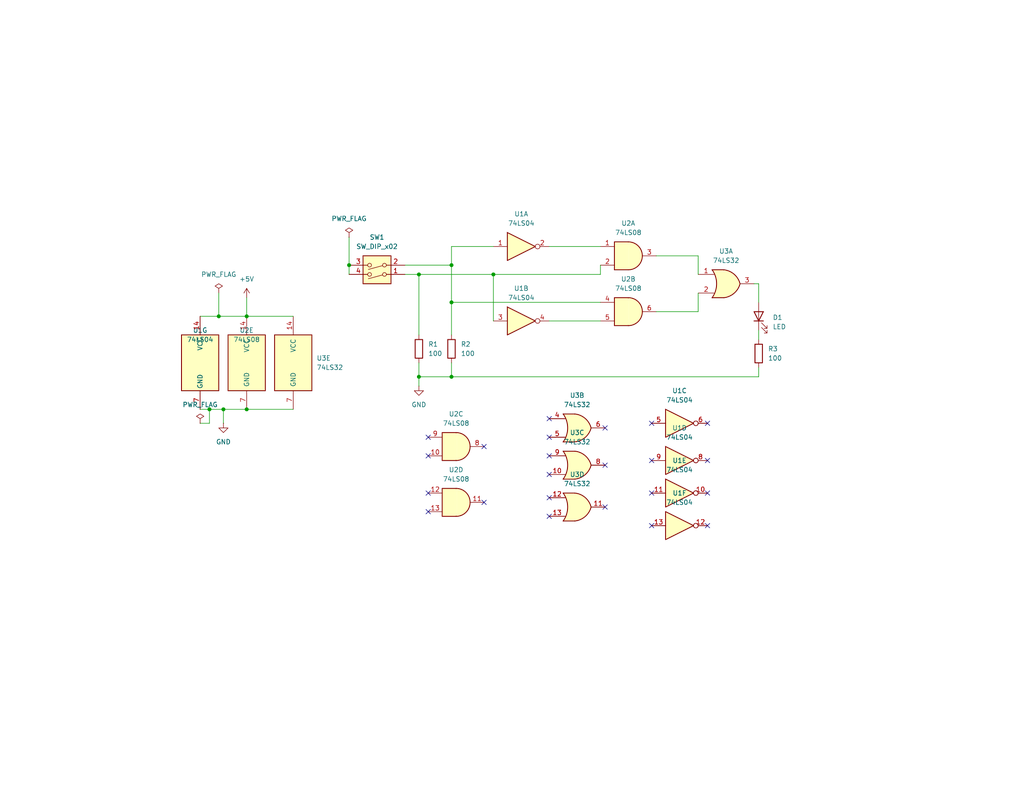
<source format=kicad_sch>
(kicad_sch (version 20250114) (generator "eeschema") (generator_version "9.0")
  (paper "USLetter")
  (title_block (title "Logic Circuit Example #2") (date "2025-06-24") (rev "1.0") (company "Chrys Sean T. Sevilla"))
  (lib_symbols
    (symbol "74xx:74LS04"
      (property "Reference" "U" (at 0 1.27 0))
      (property "Value" "74LS04" (at 0 -1.27 0))
      (symbol "74LS04_1_0"
        (polyline (pts (xy -3.81 3.81) (xy -3.81 -3.81) (xy 3.81 0) (xy -3.81 3.81)) (stroke (width 0.254)) (fill (type background)))
        (pin input line (at -7.62 0 0) (length 3.81) (name "~") (number "1"))
        (pin output inverted (at 7.62 0 180) (length 3.81) (name "~") (number "2"))
      )
      (symbol "74LS04_2_0"
        (polyline (pts (xy -3.81 3.81) (xy -3.81 -3.81) (xy 3.81 0) (xy -3.81 3.81)) (stroke (width 0.254)) (fill (type background)))
        (pin input line (at -7.62 0 0) (length 3.81) (name "~") (number "3"))
        (pin output inverted (at 7.62 0 180) (length 3.81) (name "~") (number "4"))
      )
      (symbol "74LS04_3_0"
        (polyline (pts (xy -3.81 3.81) (xy -3.81 -3.81) (xy 3.81 0) (xy -3.81 3.81)) (stroke (width 0.254)) (fill (type background)))
        (pin input line (at -7.62 0 0) (length 3.81) (name "~") (number "5"))
        (pin output inverted (at 7.62 0 180) (length 3.81) (name "~") (number "6"))
      )
      (symbol "74LS04_4_0"
        (polyline (pts (xy -3.81 3.81) (xy -3.81 -3.81) (xy 3.81 0) (xy -3.81 3.81)) (stroke (width 0.254)) (fill (type background)))
        (pin input line (at -7.62 0 0) (length 3.81) (name "~") (number "9"))
        (pin output inverted (at 7.62 0 180) (length 3.81) (name "~") (number "8"))
      )
      (symbol "74LS04_5_0"
        (polyline (pts (xy -3.81 3.81) (xy -3.81 -3.81) (xy 3.81 0) (xy -3.81 3.81)) (stroke (width 0.254)) (fill (type background)))
        (pin input line (at -7.62 0 0) (length 3.81) (name "~") (number "11"))
        (pin output inverted (at 7.62 0 180) (length 3.81) (name "~") (number "10"))
      )
      (symbol "74LS04_6_0"
        (polyline (pts (xy -3.81 3.81) (xy -3.81 -3.81) (xy 3.81 0) (xy -3.81 3.81)) (stroke (width 0.254)) (fill (type background)))
        (pin input line (at -7.62 0 0) (length 3.81) (name "~") (number "13"))
        (pin output inverted (at 7.62 0 180) (length 3.81) (name "~") (number "12"))
      )
      (symbol "74LS04_7_0"
        (pin power_in line (at 0 12.7 270) (length 5.08) (name "VCC") (number "14"))
        (pin power_in line (at 0 -12.7 90) (length 5.08) (name "GND") (number "7"))
      )
      (symbol "74LS04_7_1"
        (rectangle (start -5.08 7.62) (end 5.08 -7.62) (stroke (width 0.254)) (fill (type background)))
      )
    )
    (symbol "74xx:74LS08" (pin_names (offset 1.016))
      (property "Reference" "U" (at 0 1.27 0))
      (property "Value" "74LS08" (at 0 -1.27 0))
      (symbol "74LS08_1_1"
        (arc (start 0 3.81) (mid 3.7934 0) (end 0 -3.81) (stroke (width 0.254)) (fill (type background)))
        (polyline (pts (xy 0 3.81) (xy -3.81 3.81) (xy -3.81 -3.81) (xy 0 -3.81)) (stroke (width 0.254)) (fill (type background)))
        (pin input line (at -7.62 2.54 0) (length 3.81) (name "~") (number "1"))
        (pin input line (at -7.62 -2.54 0) (length 3.81) (name "~") (number "2"))
        (pin output line (at 7.62 0 180) (length 3.81) (name "~") (number "3"))
      )
      (symbol "74LS08_1_2"
        (arc (start -3.81 3.81) (mid -2.589 0) (end -3.81 -3.81) (stroke (width 0.254)))
        (polyline (pts (xy -3.81 3.81) (xy -0.635 3.81)) (stroke (width 0.254)) (fill (type background)))
        (polyline (pts (xy -3.81 -3.81) (xy -0.635 -3.81)) (stroke (width 0.254)) (fill (type background)))
        (arc (start 3.81 0) (mid 2.1855 -2.584) (end -0.6096 -3.81) (stroke (width 0.254)) (fill (type background)))
        (arc (start -0.6096 3.81) (mid 2.1928 2.5924) (end 3.81 0) (stroke (width 0.254)) (fill (type background)))
        (polyline (pts (xy -0.635 3.81) (xy -3.81 3.81) (xy -3.81 3.81) (xy -3.556 3.4036) (xy -3.0226 2.2606) (xy -2.6924 1.0414) (xy -2.6162 -0.254) (xy -2.7686 -1.4986) (xy -3.175 -2.7178) (xy -3.81 -3.81) (xy -3.81 -3.81) (xy -0.635 -3.81)) (stroke (width -25.4)) (fill (type background)))
        (pin input inverted (at -7.62 2.54 0) (length 4.318) (name "~") (number "1"))
        (pin input inverted (at -7.62 -2.54 0) (length 4.318) (name "~") (number "2"))
        (pin output inverted (at 7.62 0 180) (length 3.81) (name "~") (number "3"))
      )
      (symbol "74LS08_2_1"
        (arc (start 0 3.81) (mid 3.7934 0) (end 0 -3.81) (stroke (width 0.254)) (fill (type background)))
        (polyline (pts (xy 0 3.81) (xy -3.81 3.81) (xy -3.81 -3.81) (xy 0 -3.81)) (stroke (width 0.254)) (fill (type background)))
        (pin input line (at -7.62 2.54 0) (length 3.81) (name "~") (number "4"))
        (pin input line (at -7.62 -2.54 0) (length 3.81) (name "~") (number "5"))
        (pin output line (at 7.62 0 180) (length 3.81) (name "~") (number "6"))
      )
      (symbol "74LS08_2_2"
        (arc (start -3.81 3.81) (mid -2.589 0) (end -3.81 -3.81) (stroke (width 0.254)))
        (polyline (pts (xy -3.81 3.81) (xy -0.635 3.81)) (stroke (width 0.254)) (fill (type background)))
        (polyline (pts (xy -3.81 -3.81) (xy -0.635 -3.81)) (stroke (width 0.254)) (fill (type background)))
        (arc (start 3.81 0) (mid 2.1855 -2.584) (end -0.6096 -3.81) (stroke (width 0.254)) (fill (type background)))
        (arc (start -0.6096 3.81) (mid 2.1928 2.5924) (end 3.81 0) (stroke (width 0.254)) (fill (type background)))
        (polyline (pts (xy -0.635 3.81) (xy -3.81 3.81) (xy -3.81 3.81) (xy -3.556 3.4036) (xy -3.0226 2.2606) (xy -2.6924 1.0414) (xy -2.6162 -0.254) (xy -2.7686 -1.4986) (xy -3.175 -2.7178) (xy -3.81 -3.81) (xy -3.81 -3.81) (xy -0.635 -3.81)) (stroke (width -25.4)) (fill (type background)))
        (pin input inverted (at -7.62 2.54 0) (length 4.318) (name "~") (number "4"))
        (pin input inverted (at -7.62 -2.54 0) (length 4.318) (name "~") (number "5"))
        (pin output inverted (at 7.62 0 180) (length 3.81) (name "~") (number "6"))
      )
      (symbol "74LS08_3_1"
        (arc (start 0 3.81) (mid 3.7934 0) (end 0 -3.81) (stroke (width 0.254)) (fill (type background)))
        (polyline (pts (xy 0 3.81) (xy -3.81 3.81) (xy -3.81 -3.81) (xy 0 -3.81)) (stroke (width 0.254)) (fill (type background)))
        (pin input line (at -7.62 2.54 0) (length 3.81) (name "~") (number "9"))
        (pin input line (at -7.62 -2.54 0) (length 3.81) (name "~") (number "10"))
        (pin output line (at 7.62 0 180) (length 3.81) (name "~") (number "8"))
      )
      (symbol "74LS08_3_2"
        (arc (start -3.81 3.81) (mid -2.589 0) (end -3.81 -3.81) (stroke (width 0.254)))
        (polyline (pts (xy -3.81 3.81) (xy -0.635 3.81)) (stroke (width 0.254)) (fill (type background)))
        (polyline (pts (xy -3.81 -3.81) (xy -0.635 -3.81)) (stroke (width 0.254)) (fill (type background)))
        (arc (start 3.81 0) (mid 2.1855 -2.584) (end -0.6096 -3.81) (stroke (width 0.254)) (fill (type background)))
        (arc (start -0.6096 3.81) (mid 2.1928 2.5924) (end 3.81 0) (stroke (width 0.254)) (fill (type background)))
        (polyline (pts (xy -0.635 3.81) (xy -3.81 3.81) (xy -3.81 3.81) (xy -3.556 3.4036) (xy -3.0226 2.2606) (xy -2.6924 1.0414) (xy -2.6162 -0.254) (xy -2.7686 -1.4986) (xy -3.175 -2.7178) (xy -3.81 -3.81) (xy -3.81 -3.81) (xy -0.635 -3.81)) (stroke (width -25.4)) (fill (type background)))
        (pin input inverted (at -7.62 2.54 0) (length 4.318) (name "~") (number "9"))
        (pin input inverted (at -7.62 -2.54 0) (length 4.318) (name "~") (number "10"))
        (pin output inverted (at 7.62 0 180) (length 3.81) (name "~") (number "8"))
      )
      (symbol "74LS08_4_1"
        (arc (start 0 3.81) (mid 3.7934 0) (end 0 -3.81) (stroke (width 0.254)) (fill (type background)))
        (polyline (pts (xy 0 3.81) (xy -3.81 3.81) (xy -3.81 -3.81) (xy 0 -3.81)) (stroke (width 0.254)) (fill (type background)))
        (pin input line (at -7.62 2.54 0) (length 3.81) (name "~") (number "12"))
        (pin input line (at -7.62 -2.54 0) (length 3.81) (name "~") (number "13"))
        (pin output line (at 7.62 0 180) (length 3.81) (name "~") (number "11"))
      )
      (symbol "74LS08_4_2"
        (arc (start -3.81 3.81) (mid -2.589 0) (end -3.81 -3.81) (stroke (width 0.254)))
        (polyline (pts (xy -3.81 3.81) (xy -0.635 3.81)) (stroke (width 0.254)) (fill (type background)))
        (polyline (pts (xy -3.81 -3.81) (xy -0.635 -3.81)) (stroke (width 0.254)) (fill (type background)))
        (arc (start 3.81 0) (mid 2.1855 -2.584) (end -0.6096 -3.81) (stroke (width 0.254)) (fill (type background)))
        (arc (start -0.6096 3.81) (mid 2.1928 2.5924) (end 3.81 0) (stroke (width 0.254)) (fill (type background)))
        (polyline (pts (xy -0.635 3.81) (xy -3.81 3.81) (xy -3.81 3.81) (xy -3.556 3.4036) (xy -3.0226 2.2606) (xy -2.6924 1.0414) (xy -2.6162 -0.254) (xy -2.7686 -1.4986) (xy -3.175 -2.7178) (xy -3.81 -3.81) (xy -3.81 -3.81) (xy -0.635 -3.81)) (stroke (width -25.4)) (fill (type background)))
        (pin input inverted (at -7.62 2.54 0) (length 4.318) (name "~") (number "12"))
        (pin input inverted (at -7.62 -2.54 0) (length 4.318) (name "~") (number "13"))
        (pin output inverted (at 7.62 0 180) (length 3.81) (name "~") (number "11"))
      )
      (symbol "74LS08_5_0"
        (pin power_in line (at 0 12.7 270) (length 5.08) (name "VCC") (number "14"))
        (pin power_in line (at 0 -12.7 90) (length 5.08) (name "GND") (number "7"))
      )
      (symbol "74LS08_5_1"
        (rectangle (start -5.08 7.62) (end 5.08 -7.62) (stroke (width 0.254)) (fill (type background)))
      )
    )
    (symbol "74xx:74LS32" (pin_names (offset 1.016))
      (property "Reference" "U" (at 0 1.27 0))
      (property "Value" "74LS32" (at 0 -1.27 0))
      (symbol "74LS32_1_1"
        (arc (start -3.81 3.81) (mid -2.589 0) (end -3.81 -3.81) (stroke (width 0.254)))
        (polyline (pts (xy -3.81 3.81) (xy -0.635 3.81)) (stroke (width 0.254)) (fill (type background)))
        (polyline (pts (xy -3.81 -3.81) (xy -0.635 -3.81)) (stroke (width 0.254)) (fill (type background)))
        (arc (start 3.81 0) (mid 2.1855 -2.584) (end -0.6096 -3.81) (stroke (width 0.254)) (fill (type background)))
        (arc (start -0.6096 3.81) (mid 2.1928 2.5924) (end 3.81 0) (stroke (width 0.254)) (fill (type background)))
        (polyline (pts (xy -0.635 3.81) (xy -3.81 3.81) (xy -3.81 3.81) (xy -3.556 3.4036) (xy -3.0226 2.2606) (xy -2.6924 1.0414) (xy -2.6162 -0.254) (xy -2.7686 -1.4986) (xy -3.175 -2.7178) (xy -3.81 -3.81) (xy -3.81 -3.81) (xy -0.635 -3.81)) (stroke (width -25.4)) (fill (type background)))
        (pin input line (at -7.62 2.54 0) (length 4.318) (name "~") (number "1"))
        (pin input line (at -7.62 -2.54 0) (length 4.318) (name "~") (number "2"))
        (pin output line (at 7.62 0 180) (length 3.81) (name "~") (number "3"))
      )
      (symbol "74LS32_1_2"
        (arc (start 0 3.81) (mid 3.7934 0) (end 0 -3.81) (stroke (width 0.254)) (fill (type background)))
        (polyline (pts (xy 0 3.81) (xy -3.81 3.81) (xy -3.81 -3.81) (xy 0 -3.81)) (stroke (width 0.254)) (fill (type background)))
        (pin input inverted (at -7.62 2.54 0) (length 3.81) (name "~") (number "1"))
        (pin input inverted (at -7.62 -2.54 0) (length 3.81) (name "~") (number "2"))
        (pin output inverted (at 7.62 0 180) (length 3.81) (name "~") (number "3"))
      )
      (symbol "74LS32_2_1"
        (arc (start -3.81 3.81) (mid -2.589 0) (end -3.81 -3.81) (stroke (width 0.254)))
        (polyline (pts (xy -3.81 3.81) (xy -0.635 3.81)) (stroke (width 0.254)) (fill (type background)))
        (polyline (pts (xy -3.81 -3.81) (xy -0.635 -3.81)) (stroke (width 0.254)) (fill (type background)))
        (arc (start 3.81 0) (mid 2.1855 -2.584) (end -0.6096 -3.81) (stroke (width 0.254)) (fill (type background)))
        (arc (start -0.6096 3.81) (mid 2.1928 2.5924) (end 3.81 0) (stroke (width 0.254)) (fill (type background)))
        (polyline (pts (xy -0.635 3.81) (xy -3.81 3.81) (xy -3.81 3.81) (xy -3.556 3.4036) (xy -3.0226 2.2606) (xy -2.6924 1.0414) (xy -2.6162 -0.254) (xy -2.7686 -1.4986) (xy -3.175 -2.7178) (xy -3.81 -3.81) (xy -3.81 -3.81) (xy -0.635 -3.81)) (stroke (width -25.4)) (fill (type background)))
        (pin input line (at -7.62 2.54 0) (length 4.318) (name "~") (number "4"))
        (pin input line (at -7.62 -2.54 0) (length 4.318) (name "~") (number "5"))
        (pin output line (at 7.62 0 180) (length 3.81) (name "~") (number "6"))
      )
      (symbol "74LS32_2_2"
        (arc (start 0 3.81) (mid 3.7934 0) (end 0 -3.81) (stroke (width 0.254)) (fill (type background)))
        (polyline (pts (xy 0 3.81) (xy -3.81 3.81) (xy -3.81 -3.81) (xy 0 -3.81)) (stroke (width 0.254)) (fill (type background)))
        (pin input inverted (at -7.62 2.54 0) (length 3.81) (name "~") (number "4"))
        (pin input inverted (at -7.62 -2.54 0) (length 3.81) (name "~") (number "5"))
        (pin output inverted (at 7.62 0 180) (length 3.81) (name "~") (number "6"))
      )
      (symbol "74LS32_3_1"
        (arc (start -3.81 3.81) (mid -2.589 0) (end -3.81 -3.81) (stroke (width 0.254)))
        (polyline (pts (xy -3.81 3.81) (xy -0.635 3.81)) (stroke (width 0.254)) (fill (type background)))
        (polyline (pts (xy -3.81 -3.81) (xy -0.635 -3.81)) (stroke (width 0.254)) (fill (type background)))
        (arc (start 3.81 0) (mid 2.1855 -2.584) (end -0.6096 -3.81) (stroke (width 0.254)) (fill (type background)))
        (arc (start -0.6096 3.81) (mid 2.1928 2.5924) (end 3.81 0) (stroke (width 0.254)) (fill (type background)))
        (polyline (pts (xy -0.635 3.81) (xy -3.81 3.81) (xy -3.81 3.81) (xy -3.556 3.4036) (xy -3.0226 2.2606) (xy -2.6924 1.0414) (xy -2.6162 -0.254) (xy -2.7686 -1.4986) (xy -3.175 -2.7178) (xy -3.81 -3.81) (xy -3.81 -3.81) (xy -0.635 -3.81)) (stroke (width -25.4)) (fill (type background)))
        (pin input line (at -7.62 2.54 0) (length 4.318) (name "~") (number "9"))
        (pin input line (at -7.62 -2.54 0) (length 4.318) (name "~") (number "10"))
        (pin output line (at 7.62 0 180) (length 3.81) (name "~") (number "8"))
      )
      (symbol "74LS32_3_2"
        (arc (start 0 3.81) (mid 3.7934 0) (end 0 -3.81) (stroke (width 0.254)) (fill (type background)))
        (polyline (pts (xy 0 3.81) (xy -3.81 3.81) (xy -3.81 -3.81) (xy 0 -3.81)) (stroke (width 0.254)) (fill (type background)))
        (pin input inverted (at -7.62 2.54 0) (length 3.81) (name "~") (number "9"))
        (pin input inverted (at -7.62 -2.54 0) (length 3.81) (name "~") (number "10"))
        (pin output inverted (at 7.62 0 180) (length 3.81) (name "~") (number "8"))
      )
      (symbol "74LS32_4_1"
        (arc (start -3.81 3.81) (mid -2.589 0) (end -3.81 -3.81) (stroke (width 0.254)))
        (polyline (pts (xy -3.81 3.81) (xy -0.635 3.81)) (stroke (width 0.254)) (fill (type background)))
        (polyline (pts (xy -3.81 -3.81) (xy -0.635 -3.81)) (stroke (width 0.254)) (fill (type background)))
        (arc (start 3.81 0) (mid 2.1855 -2.584) (end -0.6096 -3.81) (stroke (width 0.254)) (fill (type background)))
        (arc (start -0.6096 3.81) (mid 2.1928 2.5924) (end 3.81 0) (stroke (width 0.254)) (fill (type background)))
        (polyline (pts (xy -0.635 3.81) (xy -3.81 3.81) (xy -3.81 3.81) (xy -3.556 3.4036) (xy -3.0226 2.2606) (xy -2.6924 1.0414) (xy -2.6162 -0.254) (xy -2.7686 -1.4986) (xy -3.175 -2.7178) (xy -3.81 -3.81) (xy -3.81 -3.81) (xy -0.635 -3.81)) (stroke (width -25.4)) (fill (type background)))
        (pin input line (at -7.62 2.54 0) (length 4.318) (name "~") (number "12"))
        (pin input line (at -7.62 -2.54 0) (length 4.318) (name "~") (number "13"))
        (pin output line (at 7.62 0 180) (length 3.81) (name "~") (number "11"))
      )
      (symbol "74LS32_4_2"
        (arc (start 0 3.81) (mid 3.7934 0) (end 0 -3.81) (stroke (width 0.254)) (fill (type background)))
        (polyline (pts (xy 0 3.81) (xy -3.81 3.81) (xy -3.81 -3.81) (xy 0 -3.81)) (stroke (width 0.254)) (fill (type background)))
        (pin input inverted (at -7.62 2.54 0) (length 3.81) (name "~") (number "12"))
        (pin input inverted (at -7.62 -2.54 0) (length 3.81) (name "~") (number "13"))
        (pin output inverted (at 7.62 0 180) (length 3.81) (name "~") (number "11"))
      )
      (symbol "74LS32_5_0"
        (pin power_in line (at 0 12.7 270) (length 5.08) (name "VCC") (number "14"))
        (pin power_in line (at 0 -12.7 90) (length 5.08) (name "GND") (number "7"))
      )
      (symbol "74LS32_5_1"
        (rectangle (start -5.08 7.62) (end 5.08 -7.62) (stroke (width 0.254)) (fill (type background)))
      )
    )
    (symbol "Device:LED" (pin_numbers (hide yes)) (pin_names (offset 1.016) (hide yes))
      (property "Reference" "D" (at 0 2.54 0))
      (property "Value" "LED" (at 0 -2.54 0))
      (symbol "LED_0_1"
        (polyline (pts (xy -3.048 -0.762) (xy -4.572 -2.286) (xy -3.81 -2.286) (xy -4.572 -2.286) (xy -4.572 -1.524)))
        (polyline (pts (xy -1.778 -0.762) (xy -3.302 -2.286) (xy -2.54 -2.286) (xy -3.302 -2.286) (xy -3.302 -1.524)))
        (polyline (pts (xy -1.27 0) (xy 1.27 0)))
        (polyline (pts (xy -1.27 -1.27) (xy -1.27 1.27)) (stroke (width 0.254)))
        (polyline (pts (xy 1.27 -1.27) (xy 1.27 1.27) (xy -1.27 0) (xy 1.27 -1.27)) (stroke (width 0.254)))
      )
      (symbol "LED_1_1"
        (pin passive line (at -3.81 0 0) (length 2.54) (name "K") (number "1"))
        (pin passive line (at 3.81 0 180) (length 2.54) (name "A") (number "2"))
      )
    )
    (symbol "Device:R" (pin_numbers (hide yes)) (pin_names (offset 0))
      (property "Reference" "R" (at 2.032 0 90))
      (property "Value" "R" (at 0 0 90))
      (symbol "R_0_1"
        (rectangle (start -1.016 -2.54) (end 1.016 2.54) (stroke (width 0.254)))
      )
      (symbol "R_1_1"
        (pin passive line (at 0 3.81 270) (length 1.27) (name "~") (number "1"))
        (pin passive line (at 0 -3.81 90) (length 1.27) (name "~") (number "2"))
      )
    )
    (symbol "Switch:SW_DIP_x02" (pin_names (offset 0) (hide yes))
      (property "Reference" "SW" (at 0 6.35 0))
      (property "Value" "SW_DIP_x02" (at 0 -3.81 0))
      (symbol "SW_DIP_x02_0_0"
        (circle (center -2.032 2.54) (radius 0.508))
        (circle (center -2.032 0) (radius 0.508))
        (polyline (pts (xy -1.524 2.667) (xy 2.3622 3.7084)))
        (polyline (pts (xy -1.524 0.127) (xy 2.3622 1.1684)))
        (circle (center 2.032 2.54) (radius 0.508))
        (circle (center 2.032 0) (radius 0.508))
      )
      (symbol "SW_DIP_x02_0_1"
        (rectangle (start -3.81 5.08) (end 3.81 -2.54) (stroke (width 0.254)) (fill (type background)))
      )
      (symbol "SW_DIP_x02_1_1"
        (pin passive line (at -7.62 2.54 0) (length 5.08) (name "~") (number "1"))
        (pin passive line (at -7.62 0 0) (length 5.08) (name "~") (number "2"))
        (pin passive line (at 7.62 2.54 180) (length 5.08) (name "~") (number "4"))
        (pin passive line (at 7.62 0 180) (length 5.08) (name "~") (number "3"))
      )
    )
    (symbol "power:+5V" (power) (pin_numbers (hide yes)) (pin_names (offset 0) (hide yes))
      (property "Value" "+5V" (at 0 3.556 0))
      (symbol "+5V_0_1"
        (polyline (pts (xy -0.762 1.27) (xy 0 2.54)))
        (polyline (pts (xy 0 2.54) (xy 0.762 1.27)))
        (polyline (pts (xy 0 0) (xy 0 2.54)))
      )
      (symbol "+5V_1_1"
        (pin power_in line (at 0 0 90) (length 0) (name "~") (number "1"))
      )
    )
    (symbol "power:GND" (power) (pin_numbers (hide yes)) (pin_names (offset 0) (hide yes))
      (property "Value" "GND" (at 0 -3.81 0))
      (symbol "GND_0_1"
        (polyline (pts (xy 0 0) (xy 0 -1.27) (xy 1.27 -1.27) (xy 0 -2.54) (xy -1.27 -1.27) (xy 0 -1.27)))
      )
      (symbol "GND_1_1"
        (pin power_in line (at 0 0 270) (length 0) (name "~") (number "1"))
      )
    )
    (symbol "power:PWR_FLAG" (power) (pin_numbers (hide yes)) (pin_names (offset 0) (hide yes))
      (property "Value" "PWR_FLAG" (at 0 3.81 0))
      (symbol "PWR_FLAG_0_0"
        (pin power_out line (at 0 0 90) (length 0) (name "~") (number "1"))
      )
      (symbol "PWR_FLAG_0_1"
        (polyline (pts (xy 0 0) (xy 0 1.27) (xy -1.016 1.905) (xy 0 2.54) (xy 1.016 1.905) (xy 0 1.27)))
      )
    )
  )
  (junction (at 123.19 72.39))
  (junction (at 57.15 111.76))
  (junction (at 59.69 86.36))
  (junction (at 60.96 111.76))
  (junction (at 123.19 102.87))
  (junction (at 134.62 74.93))
  (junction (at 123.19 82.55))
  (junction (at 67.31 86.36))
  (junction (at 114.3 102.87))
  (junction (at 67.31 111.76))
  (junction (at 114.3 74.93))
  (junction (at 95.25 72.39))
  (no_connect (at 193.04 115.57))
  (no_connect (at 116.84 134.62))
  (no_connect (at 165.1 116.84))
  (no_connect (at 149.86 114.3))
  (no_connect (at 177.8 134.62))
  (no_connect (at 193.04 125.73))
  (no_connect (at 132.08 137.16))
  (no_connect (at 177.8 125.73))
  (no_connect (at 149.86 119.38))
  (no_connect (at 149.86 135.89))
  (no_connect (at 132.08 121.92))
  (no_connect (at 116.84 119.38))
  (no_connect (at 149.86 140.97))
  (no_connect (at 116.84 124.46))
  (no_connect (at 177.8 115.57))
  (no_connect (at 193.04 143.51))
  (no_connect (at 116.84 139.7))
  (no_connect (at 165.1 138.43))
  (no_connect (at 165.1 127))
  (no_connect (at 149.86 129.54))
  (no_connect (at 177.8 143.51))
  (no_connect (at 149.86 124.46))
  (no_connect (at 193.04 134.62))
  (wire (pts (xy 54.61 115.57) (xy 57.15 115.57)))
  (wire (pts (xy 114.3 105.41) (xy 114.3 102.87)))
  (wire (pts (xy 54.61 86.36) (xy 59.69 86.36)))
  (wire (pts (xy 123.19 99.06) (xy 123.19 102.87)))
  (wire (pts (xy 57.15 111.76) (xy 60.96 111.76)))
  (wire (pts (xy 207.01 90.17) (xy 207.01 92.71)))
  (wire (pts (xy 123.19 82.55) (xy 163.83 82.55)))
  (wire (pts (xy 67.31 111.76) (xy 80.01 111.76)))
  (wire (pts (xy 110.49 72.39) (xy 123.19 72.39)))
  (wire (pts (xy 59.69 86.36) (xy 67.31 86.36)))
  (wire (pts (xy 163.83 72.39) (xy 163.83 74.93)))
  (wire (pts (xy 123.19 82.55) (xy 123.19 91.44)))
  (wire (pts (xy 134.62 74.93) (xy 134.62 87.63)))
  (wire (pts (xy 59.69 80.01) (xy 59.69 86.36)))
  (wire (pts (xy 123.19 67.31) (xy 123.19 72.39)))
  (wire (pts (xy 134.62 74.93) (xy 163.83 74.93)))
  (wire (pts (xy 114.3 74.93) (xy 110.49 74.93)))
  (wire (pts (xy 95.25 64.77) (xy 95.25 72.39)))
  (wire (pts (xy 179.07 85.09) (xy 190.5 85.09)))
  (wire (pts (xy 57.15 115.57) (xy 57.15 111.76)))
  (wire (pts (xy 67.31 81.28) (xy 67.31 86.36)))
  (wire (pts (xy 60.96 111.76) (xy 60.96 115.57)))
  (wire (pts (xy 95.25 72.39) (xy 95.25 74.93)))
  (wire (pts (xy 123.19 102.87) (xy 114.3 102.87)))
  (wire (pts (xy 190.5 69.85) (xy 190.5 74.93)))
  (wire (pts (xy 123.19 72.39) (xy 123.19 82.55)))
  (wire (pts (xy 179.07 69.85) (xy 190.5 69.85)))
  (wire (pts (xy 207.01 102.87) (xy 123.19 102.87)))
  (wire (pts (xy 54.61 111.76) (xy 57.15 111.76)))
  (wire (pts (xy 114.3 99.06) (xy 114.3 102.87)))
  (wire (pts (xy 207.01 100.33) (xy 207.01 102.87)))
  (wire (pts (xy 114.3 74.93) (xy 134.62 74.93)))
  (wire (pts (xy 190.5 85.09) (xy 190.5 80.01)))
  (wire (pts (xy 207.01 77.47) (xy 207.01 82.55)))
  (wire (pts (xy 149.86 87.63) (xy 163.83 87.63)))
  (wire (pts (xy 205.74 77.47) (xy 207.01 77.47)))
  (wire (pts (xy 134.62 67.31) (xy 123.19 67.31)))
  (wire (pts (xy 67.31 86.36) (xy 80.01 86.36)))
  (wire (pts (xy 149.86 67.31) (xy 163.83 67.31)))
  (wire (pts (xy 60.96 111.76) (xy 67.31 111.76)))
  (wire (pts (xy 114.3 91.44) (xy 114.3 74.93)))
  (symbol (lib_id "Device:R") (at 123.19 95.25 0) (unit 1)
    (property "Reference" "R2" (at 125.73 93.9799 0) (effects (justify left)))
    (property "Value" "100" (at 125.73 96.5199 0) (effects (justify left)))
    (property "Description" "Resistor" (effects (hide yes)))
  )
  (symbol (lib_id "power:+5V") (at 67.31 81.28 0) (unit 1)
    (property "Reference" "#PWR03" (effects (hide yes)))
    (property "Value" "+5V" (at 67.31 76.2 0))
    (property "Description" "Power symbol creates a global label with name \"+5V\"" (effects (hide yes)))
  )
  (symbol (lib_id "74xx:74LS08") (at 171.45 69.85 0) (unit 1)
    (property "Reference" "U2" (at 171.4417 60.96 0))
    (property "Value" "74LS08" (at 171.4417 63.5 0))
    (property "Datasheet" "http://www.ti.com/lit/gpn/sn74LS08" (effects (hide yes)))
    (property "Description" "Quad And2" (effects (hide yes)))
  )
  (symbol (lib_id "Switch:SW_DIP_x02") (at 102.87 72.39 180) (unit 1)
    (property "Reference" "SW1" (at 102.87 64.77 0))
    (property "Value" "SW_DIP_x02" (at 102.87 67.31 0))
    (property "Description" "2x DIP Switch, Single Pole Single Throw (SPST) switch, small symbol" (effects (hide yes)))
  )
  (symbol (lib_id "74xx:74LS04") (at 185.42 134.62 0) (unit 5)
    (property "Reference" "U1" (at 185.42 125.73 0))
    (property "Value" "74LS04" (at 185.42 128.27 0))
    (property "Datasheet" "http://www.ti.com/lit/gpn/sn74LS04" (effects (hide yes)))
    (property "Description" "Hex Inverter" (effects (hide yes)))
  )
  (symbol (lib_id "Device:LED") (at 207.01 86.36 90) (unit 1)
    (property "Reference" "D1" (at 210.82 86.6774 90) (effects (justify right)))
    (property "Value" "LED" (at 210.82 89.2174 90) (effects (justify right)))
    (property "Description" "Light emitting diode" (effects (hide yes)))
    (property "Sim.Pins" "1=K 2=A" (effects (hide yes)))
  )
  (symbol (lib_id "74xx:74LS32") (at 198.12 77.47 0) (unit 1)
    (property "Reference" "U3" (at 198.12 68.58 0))
    (property "Value" "74LS32" (at 198.12 71.12 0))
    (property "Datasheet" "http://www.ti.com/lit/gpn/sn74LS32" (effects (hide yes)))
    (property "Description" "Quad 2-input OR" (effects (hide yes)))
  )
  (symbol (lib_id "74xx:74LS08") (at 124.46 137.16 0) (unit 4)
    (property "Reference" "U2" (at 124.4517 128.27 0))
    (property "Value" "74LS08" (at 124.4517 130.81 0))
    (property "Datasheet" "http://www.ti.com/lit/gpn/sn74LS08" (effects (hide yes)))
    (property "Description" "Quad And2" (effects (hide yes)))
  )
  (symbol (lib_id "74xx:74LS04") (at 185.42 143.51 0) (unit 6)
    (property "Reference" "U1" (at 185.42 134.62 0))
    (property "Value" "74LS04" (at 185.42 137.16 0))
    (property "Datasheet" "http://www.ti.com/lit/gpn/sn74LS04" (effects (hide yes)))
    (property "Description" "Hex Inverter" (effects (hide yes)))
  )
  (symbol (lib_id "Device:R") (at 207.01 96.52 0) (unit 1)
    (property "Reference" "R3" (at 209.55 95.2499 0) (effects (justify left)))
    (property "Value" "100" (at 209.55 97.7899 0) (effects (justify left)))
    (property "Description" "Resistor" (effects (hide yes)))
  )
  (symbol (lib_id "74xx:74LS04") (at 54.61 99.06 0) (unit 7)
    (property "Reference" "U1" (at 54.61 90.17 0))
    (property "Value" "74LS04" (at 54.61 92.71 0))
    (property "Datasheet" "http://www.ti.com/lit/gpn/sn74LS04" (effects (hide yes)))
    (property "Description" "Hex Inverter" (effects (hide yes)))
  )
  (symbol (lib_id "power:PWR_FLAG") (at 95.25 64.77 0) (unit 1)
    (property "Reference" "#FLG01" (effects (hide yes)))
    (property "Value" "PWR_FLAG" (at 95.25 59.69 0))
    (property "Description" "Special symbol for telling ERC where power comes from" (effects (hide yes)))
  )
  (symbol (lib_id "74xx:74LS04") (at 185.42 125.73 0) (unit 4)
    (property "Reference" "U1" (at 185.42 116.84 0))
    (property "Value" "74LS04" (at 185.42 119.38 0))
    (property "Datasheet" "http://www.ti.com/lit/gpn/sn74LS04" (effects (hide yes)))
    (property "Description" "Hex Inverter" (effects (hide yes)))
  )
  (symbol (lib_id "74xx:74LS04") (at 142.24 67.31 0) (unit 1)
    (property "Reference" "U1" (at 142.24 58.42 0))
    (property "Value" "74LS04" (at 142.24 60.96 0))
    (property "Datasheet" "http://www.ti.com/lit/gpn/sn74LS04" (effects (hide yes)))
    (property "Description" "Hex Inverter" (effects (hide yes)))
  )
  (symbol (lib_id "power:GND") (at 114.3 105.41 0) (unit 1)
    (property "Reference" "#PWR01" (effects (hide yes)))
    (property "Value" "GND" (at 114.3 110.49 0))
    (property "Description" "Power symbol creates a global label with name \"GND\" , ground" (effects (hide yes)))
  )
  (symbol (lib_id "74xx:74LS04") (at 185.42 115.57 0) (unit 3)
    (property "Reference" "U1" (at 185.42 106.68 0))
    (property "Value" "74LS04" (at 185.42 109.22 0))
    (property "Datasheet" "http://www.ti.com/lit/gpn/sn74LS04" (effects (hide yes)))
    (property "Description" "Hex Inverter" (effects (hide yes)))
  )
  (symbol (lib_id "power:PWR_FLAG") (at 59.69 80.01 0) (unit 1)
    (property "Reference" "#FLG02" (effects (hide yes)))
    (property "Value" "PWR_FLAG" (at 59.69 74.93 0))
    (property "Description" "Special symbol for telling ERC where power comes from" (effects (hide yes)))
  )
  (symbol (lib_id "74xx:74LS08") (at 67.31 99.06 0) (unit 5)
    (property "Reference" "U2" (at 67.3017 90.17 0))
    (property "Value" "74LS08" (at 67.3017 92.71 0))
    (property "Datasheet" "http://www.ti.com/lit/gpn/sn74LS08" (effects (hide yes)))
    (property "Description" "Quad And2" (effects (hide yes)))
  )
  (symbol (lib_id "74xx:74LS04") (at 142.24 87.63 0) (unit 2)
    (property "Reference" "U1" (at 142.24 78.74 0))
    (property "Value" "74LS04" (at 142.24 81.28 0))
    (property "Datasheet" "http://www.ti.com/lit/gpn/sn74LS04" (effects (hide yes)))
    (property "Description" "Hex Inverter" (effects (hide yes)))
  )
  (symbol (lib_id "power:GND") (at 60.96 115.57 0) (unit 1)
    (property "Reference" "#PWR02" (effects (hide yes)))
    (property "Value" "GND" (at 60.96 120.65 0))
    (property "Description" "Power symbol creates a global label with name \"GND\" , ground" (effects (hide yes)))
  )
  (symbol (lib_id "Device:R") (at 114.3 95.25 0) (unit 1)
    (property "Reference" "R1" (at 116.84 93.9799 0) (effects (justify left)))
    (property "Value" "100" (at 116.84 96.5199 0) (effects (justify left)))
    (property "Description" "Resistor" (effects (hide yes)))
  )
  (symbol (lib_id "74xx:74LS32") (at 157.48 138.43 0) (unit 4)
    (property "Reference" "U3" (at 157.48 129.54 0))
    (property "Value" "74LS32" (at 157.48 132.08 0))
    (property "Datasheet" "http://www.ti.com/lit/gpn/sn74LS32" (effects (hide yes)))
    (property "Description" "Quad 2-input OR" (effects (hide yes)))
  )
  (symbol (lib_id "74xx:74LS32") (at 157.48 116.84 0) (unit 2)
    (property "Reference" "U3" (at 157.48 107.95 0))
    (property "Value" "74LS32" (at 157.48 110.49 0))
    (property "Datasheet" "http://www.ti.com/lit/gpn/sn74LS32" (effects (hide yes)))
    (property "Description" "Quad 2-input OR" (effects (hide yes)))
  )
  (symbol (lib_id "74xx:74LS08") (at 124.46 121.92 0) (unit 3)
    (property "Reference" "U2" (at 124.4517 113.03 0))
    (property "Value" "74LS08" (at 124.4517 115.57 0))
    (property "Datasheet" "http://www.ti.com/lit/gpn/sn74LS08" (effects (hide yes)))
    (property "Description" "Quad And2" (effects (hide yes)))
  )
  (symbol (lib_id "74xx:74LS08") (at 171.45 85.09 0) (unit 2)
    (property "Reference" "U2" (at 171.4417 76.2 0))
    (property "Value" "74LS08" (at 171.4417 78.74 0))
    (property "Datasheet" "http://www.ti.com/lit/gpn/sn74LS08" (effects (hide yes)))
    (property "Description" "Quad And2" (effects (hide yes)))
  )
  (symbol (lib_id "74xx:74LS32") (at 80.01 99.06 0) (unit 5)
    (property "Reference" "U3" (at 86.36 97.7899 0) (effects (justify left)))
    (property "Value" "74LS32" (at 86.36 100.3299 0) (effects (justify left)))
    (property "Datasheet" "http://www.ti.com/lit/gpn/sn74LS32" (effects (hide yes)))
    (property "Description" "Quad 2-input OR" (effects (hide yes)))
  )
  (symbol (lib_id "power:PWR_FLAG") (at 54.61 115.57 0) (unit 1)
    (property "Reference" "#FLG03" (effects (hide yes)))
    (property "Value" "PWR_FLAG" (at 54.61 110.49 0))
    (property "Description" "Special symbol for telling ERC where power comes from" (effects (hide yes)))
  )
  (symbol (lib_id "74xx:74LS32") (at 157.48 127 0) (unit 3)
    (property "Reference" "U3" (at 157.48 118.11 0))
    (property "Value" "74LS32" (at 157.48 120.65 0))
    (property "Datasheet" "http://www.ti.com/lit/gpn/sn74LS32" (effects (hide yes)))
    (property "Description" "Quad 2-input OR" (effects (hide yes)))
  )
)
</source>
